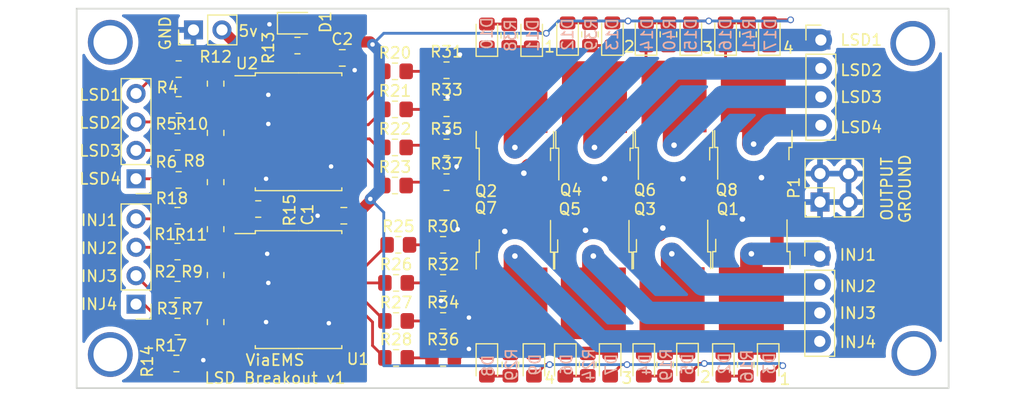
<source format=kicad_pcb>
(kicad_pcb (version 20211014) (generator pcbnew)
  (layers (0 "F.Cu" signal) (31 "B.Cu" signal) (34 "B.Paste" user) (35 "F.Paste" user) (36 "B.SilkS" user "B.Silkscreen") (37 "F.SilkS" user "F.Silkscreen") (38 "B.Mask" user) (39 "F.Mask" user) (44 "Edge.Cuts" user))
  (net 0 "")
  (net 1 "GND")
  (net 2 "INJ1-out")
  (net 3 "INJ3-out")
  (net 4 "LSD1-out")
  (net 5 "INJ2-out")
  (net 6 "INJ4-out")
  (net 7 "LSD2-out")
  (net 8 "INJ1-cpu")
  (net 9 "INJ2-cpu")
  (net 10 "INJ3-cpu")
  (net 11 "INJ4-cpu")
  (net 12 "LSD1-cpu")
  (net 13 "LSD2-cpu")
  (net 14 "Net-(D2-Pad2)")
  (net 15 "OUT_GND")
  (net 16 "Net-(D3-Pad1)")
  (net 17 "Net-(D4-Pad2)")
  (net 18 "5v")
  (net 19 "Net-(D5-Pad1)")
  (net 20 "Net-(D6-Pad2)")
  (net 21 "Net-(D7-Pad1)")
  (net 22 "Net-(D8-Pad2)")
  (net 23 "Net-(D9-Pad1)")
  (net 24 "Net-(D10-Pad2)")
  (net 25 "Net-(D11-Pad1)")
  (net 26 "Net-(D12-Pad2)")
  (net 27 "Net-(D13-Pad1)")
  (net 28 "Net-(D14-Pad2)")
  (net 29 "LSD4-cpu")
  (net 30 "LSD3-cpu")
  (net 31 "LSD4-out")
  (net 32 "LSD3-out")
  (net 33 "Net-(D15-Pad1)")
  (net 34 "Net-(D16-Pad2)")
  (net 35 "Net-(D17-Pad1)")
  (net 36 "Net-(R1-Pad1)")
  (net 37 "Net-(R2-Pad1)")
  (net 38 "Net-(R3-Pad1)")
  (net 39 "Net-(R4-Pad1)")
  (net 40 "Net-(R5-Pad1)")
  (net 41 "Net-(Q1-Pad1)")
  (net 42 "Net-(Q2-Pad1)")
  (net 43 "Net-(Q3-Pad1)")
  (net 44 "Net-(Q4-Pad1)")
  (net 45 "Net-(Q5-Pad1)")
  (net 46 "Net-(Q6-Pad1)")
  (net 47 "Net-(Q7-Pad1)")
  (net 48 "Net-(Q8-Pad1)")
  (net 49 "Net-(R6-Pad1)")
  (net 50 "Net-(R14-Pad2)")
  (net 51 "Net-(R20-Pad1)")
  (net 52 "Net-(R21-Pad1)")
  (net 53 "Net-(R22-Pad1)")
  (net 54 "Net-(R23-Pad1)")
  (net 55 "Net-(R25-Pad1)")
  (net 56 "Net-(R26-Pad1)")
  (net 57 "Net-(R27-Pad1)")
  (net 58 "Net-(R28-Pad1)")
  (net 59 "Net-(D1-Pad2)")
  (net 60 "Net-(R18-Pad1)")
  (footprint "Package_TO_SOT_SMD:TO-252-2" (layer "F.Cu") (at 90.5 155.675 -90)
    (fp_text reference "Q1")
    (fp_text value "MOSFET")
  )
  (footprint "Package_TO_SOT_SMD:TO-252-2" (layer "F.Cu") (at 69.4 141.5 90)
    (fp_text reference "Q2")
    (fp_text value "MOSFET")
  )
  (footprint "Package_TO_SOT_SMD:TO-252-2" (layer "F.Cu") (at 83.425 155.7 -90)
    (fp_text reference "Q3")
    (fp_text value "MOSFET")
  )
  (footprint "Package_TO_SOT_SMD:TO-252-2" (layer "F.Cu") (at 76.5 141.5 90)
    (fp_text reference "Q4")
    (fp_text value "MOSFET")
  )
  (footprint "Package_TO_SOT_SMD:TO-252-2" (layer "F.Cu") (at 76.4 155.725 -90)
    (fp_text reference "Q5")
    (fp_text value "MOSFET")
  )
  (footprint "Package_TO_SOT_SMD:TO-252-2" (layer "F.Cu") (at 83.6 141.45 90)
    (fp_text reference "Q6")
    (fp_text value "MOSFET")
  )
  (footprint "Package_TO_SOT_SMD:TO-252-2" (layer "F.Cu") (at 69.4 155.725 -90)
    (fp_text reference "Q7")
    (fp_text value "MOSFET")
  )
  (footprint "Package_TO_SOT_SMD:TO-252-2" (layer "F.Cu") (at 90.675 141.425 90)
    (fp_text reference "Q8")
    (fp_text value "MOSFET")
  )
  (footprint "Resistor_SMD:R_0805_2012Metric_Pad1.20x1.40mm_HandSolder" (layer "F.Cu") (at 63.3 143.9)
    (fp_text reference "R35")
    (fp_text value "10k")
  )
  (footprint "Resistor_SMD:R_0805_2012Metric_Pad1.20x1.40mm_HandSolder" (layer "F.Cu") (at 63 162.7)
    (fp_text reference "R36")
    (fp_text value "10k")
  )
  (footprint "Resistor_SMD:R_0805_2012Metric_Pad1.20x1.40mm_HandSolder" (layer "F.Cu") (at 63.3 147)
    (fp_text reference "R37")
    (fp_text value "10k")
  )
  (footprint "Resistor_SMD:R_0805_2012Metric_Pad1.20x1.40mm_HandSolder" (layer "F.Cu") (at 68.9 133.9 90)
    (fp_text reference "R38")
    (fp_text value "1k")
  )
  (footprint "Resistor_SMD:R_0805_2012Metric_Pad1.20x1.40mm_HandSolder" (layer "F.Cu") (at 76.1 133.8 90)
    (fp_text reference "R39")
    (fp_text value "1k")
  )
  (footprint "Resistor_SMD:R_0805_2012Metric_Pad1.20x1.40mm_HandSolder" (layer "F.Cu") (at 83.1 133.8 90)
    (fp_text reference "R40")
    (fp_text value "1k")
  )
  (footprint "Resistor_SMD:R_0805_2012Metric_Pad1.20x1.40mm_HandSolder" (layer "F.Cu") (at 90.2 133.8 90)
    (fp_text reference "R41")
    (fp_text value "1k")
  )
  (footprint "Resistor_SMD:R_0805_2012Metric_Pad1.20x1.40mm_HandSolder" (layer "F.Cu") (at 63 159.4)
    (fp_text reference "R34")
    (fp_text value "10k")
  )
  (footprint "LED_SMD:LED_0805_2012Metric_Pad1.15x1.40mm_HandSolder" (layer "F.Cu") (at 92.1 133.8 90)
    (fp_text reference "D17")
    (fp_text value "LED")
  )
  (footprint "Connector_PinHeader_2.54mm:PinHeader_1x04_P2.54mm_Vertical" (layer "F.Cu") (at 35.6 146.7 180)
    (fp_text reference "P3" hide)
    (fp_text value "LSD-CPU")
  )
  (footprint "Resistor_SMD:R_0805_2012Metric_Pad1.20x1.40mm_HandSolder" (layer "F.Cu") (at 39.3 156.6 180)
    (fp_text reference "R3")
    (fp_text value "1k")
  )
  (footprint "Resistor_SMD:R_0805_2012Metric_Pad1.20x1.40mm_HandSolder" (layer "F.Cu") (at 39.4 136.9 180)
    (fp_text reference "R4")
    (fp_text value "1k")
  )
  (footprint "MountingHole:MountingHole_2.5mm_Pad" (layer "F.Cu") (at 104.9 134.6)
    (fp_text reference "REF**" hide)
    (fp_text value "MountingHole_2.5mm_Pad")
  )
  (footprint "Resistor_SMD:R_0805_2012Metric_Pad1.20x1.40mm_HandSolder" (layer "F.Cu") (at 58.8 159.4)
    (fp_text reference "R27")
    (fp_text value "150")
  )
  (footprint "Resistor_SMD:R_0805_2012Metric_Pad1.20x1.40mm_HandSolder" (layer "F.Cu") (at 58.7 147.3)
    (fp_text reference "R23")
    (fp_text value "150")
  )
  (footprint "Diode_SMD:D_0805_2012Metric_Pad1.15x1.40mm_HandSolder" (layer "F.Cu") (at 73.9 163.3 -90)
    (fp_text reference "D6")
    (fp_text value "1N4148")
  )
  (footprint "Diode_SMD:D_0805_2012Metric_Pad1.15x1.40mm_HandSolder" (layer "F.Cu") (at 80.9 163.3 -90)
    (fp_text reference "D4")
    (fp_text value "1N4148")
  )
  (footprint "Resistor_SMD:R_0805_2012Metric_Pad1.20x1.40mm_HandSolder" (layer "F.Cu") (at 50 134.8)
    (fp_text reference "R13")
    (fp_text value "2.4k")
  )
  (footprint "LED_SMD:LED_0805_2012Metric_Pad1.15x1.40mm_HandSolder" (layer "F.Cu") (at 77.9 163.3 -90)
    (fp_text reference "D7")
    (fp_text value "LED")
  )
  (footprint "LED_SMD:LED_0805_2012Metric_Pad1.15x1.40mm_HandSolder" (layer "F.Cu") (at 85.1 133.8 90)
    (fp_text reference "D15")
    (fp_text value "LED")
  )
  (footprint "Resistor_SMD:R_0805_2012Metric_Pad1.20x1.40mm_HandSolder" (layer "F.Cu") (at 39.3 143.4 180)
    (fp_text reference "R6")
    (fp_text value "1k")
  )
  (footprint "Resistor_SMD:R_0805_2012Metric_Pad1.20x1.40mm_HandSolder" (layer "F.Cu") (at 42.7 155.3 90)
    (fp_text reference "R9")
    (fp_text value "100k")
  )
  (footprint "Resistor_SMD:R_0805_2012Metric_Pad1.20x1.40mm_HandSolder" (layer "F.Cu") (at 42.7 142.6 90)
    (fp_text reference "R10")
    (fp_text value "100k")
  )
  (footprint "LED_SMD:LED_0805_2012Metric_Pad1.15x1.40mm_HandSolder" (layer "F.Cu") (at 70.9 133.9 90)
    (fp_text reference "D11")
    (fp_text value "LED")
  )
  (footprint "LED_SMD:LED_0805_2012Metric_Pad1.15x1.40mm_HandSolder" (layer "F.Cu") (at 92 163.3 -90)
    (fp_text reference "D3")
    (fp_text value "LED")
  )
  (footprint "Resistor_SMD:R_0805_2012Metric_Pad1.20x1.40mm_HandSolder" (layer "F.Cu") (at 58.7 137.1)
    (fp_text reference "R20")
    (fp_text value "150")
  )
  (footprint "Package_SO:SOIC-16W_7.5x10.3mm_P1.27mm" (layer "F.Cu") (at 50.1 142.5)
    (fp_text reference "U2")
    (fp_text value "MIC4469")
  )
  (footprint "Resistor_SMD:R_0805_2012Metric_Pad1.20x1.40mm_HandSolder" (layer "F.Cu") (at 75.9 163.3 -90)
    (fp_text reference "R24")
    (fp_text value "1k")
  )
  (footprint "Resistor_SMD:R_0805_2012Metric_Pad1.20x1.40mm_HandSolder" (layer "F.Cu") (at 39.4 140.1 180)
    (fp_text reference "R5")
    (fp_text value "1k")
  )
  (footprint "Capacitor_SMD:C_0805_2012Metric_Pad1.18x1.45mm_HandSolder" (layer "F.Cu") (at 54.1375 150 180)
    (fp_text reference "C1")
    (fp_text value "1 uF")
  )
  (footprint "Connector_PinHeader_2.54mm:PinHeader_2x02_P2.54mm_Vertical" (layer "F.Cu") (at 96.625 148.775 90)
    (fp_text reference "P1")
    (fp_text value "GND")
  )
  (footprint "Resistor_SMD:R_0805_2012Metric_Pad1.20x1.40mm_HandSolder" (layer "F.Cu") (at 39.3 153.2 180)
    (fp_text reference "R2")
    (fp_text value "1k")
  )
  (footprint "Resistor_SMD:R_0805_2012Metric_Pad1.20x1.40mm_HandSolder" (layer "F.Cu") (at 90 163.3 -90)
    (fp_text reference "R16")
    (fp_text value "1k")
  )
  (footprint "Resistor_SMD:R_0805_2012Metric_Pad1.20x1.40mm_HandSolder" (layer "F.Cu") (at 58.7 140.5)
    (fp_text reference "R21")
    (fp_text value "150")
  )
  (footprint "Resistor_SMD:R_0805_2012Metric_Pad1.20x1.40mm_HandSolder" (layer "F.Cu") (at 58.8 156)
    (fp_text reference "R26")
    (fp_text value "150")
  )
  (footprint "MountingHole:MountingHole_2.5mm_Pad" (layer "F.Cu") (at 105 162.3)
    (fp_text reference "REF**" hide)
    (fp_text value "MountingHole_2.5mm_Pad")
  )
  (footprint "Diode_SMD:D_0805_2012Metric_Pad1.15x1.40mm_HandSolder" (layer "F.Cu") (at 81.1 133.8 90)
    (fp_text reference "D14")
    (fp_text value "1N4148")
  )
  (footprint "LED_SMD:LED_0805_2012Metric_Pad1.15x1.40mm_HandSolder" (layer "F.Cu") (at 71.1 163.3 -90)
    (fp_text reference "D9")
    (fp_text value "LED")
  )
  (footprint "Diode_SMD:D_0805_2012Metric_Pad1.15x1.40mm_HandSolder" (layer "F.Cu") (at 66.9 163.3 -90)
    (fp_text reference "D8")
    (fp_text value "1N4148")
  )
  (footprint "Resistor_SMD:R_0805_2012Metric_Pad1.20x1.40mm_HandSolder" (layer "F.Cu") (at 63 156)
    (fp_text reference "R32")
    (fp_text value "10k")
  )
  (footprint "Resistor_SMD:R_0805_2012Metric_Pad1.20x1.40mm_HandSolder" (layer "F.Cu") (at 59 152.6)
    (fp_text reference "R25")
    (fp_text value "150")
  )
  (footprint "Diode_SMD:D_0805_2012Metric_Pad1.15x1.40mm_HandSolder" (layer "F.Cu") (at 74.1 133.8 90)
    (fp_text reference "D12")
    (fp_text value "1N4148")
  )
  (footprint "Resistor_SMD:R_0805_2012Metric_Pad1.20x1.40mm_HandSolder" (layer "F.Cu") (at 63 152.6)
    (fp_text reference "R30")
    (fp_text value "10k")
  )
  (footprint "Resistor_SMD:R_0805_2012Metric_Pad1.20x1.40mm_HandSolder" (layer "F.Cu") (at 58.7 143.9)
    (fp_text reference "R22")
    (fp_text value "150")
  )
  (footprint "Resistor_SMD:R_0805_2012Metric_Pad1.20x1.40mm_HandSolder" (layer "F.Cu") (at 39.2 163.2 180)
    (fp_text reference "R14")
    (fp_text value "100k")
  )
  (footprint "LED_SMD:LED_0805_2012Metric" (layer "F.Cu") (at 49.9 132.8)
    (fp_text reference "D1")
    (fp_text value "LED")
  )
  (footprint "Resistor_SMD:R_0805_2012Metric_Pad1.20x1.40mm_HandSolder" (layer "F.Cu") (at 39.3 159.9 180)
    (fp_text reference "R17")
    (fp_text value "1k")
  )
  (footprint "Resistor_SMD:R_0805_2012Metric_Pad1.20x1.40mm_HandSolder" (layer "F.Cu") (at 69 163.3 -90)
    (fp_text reference "R29")
    (fp_text value "1k")
  )
  (footprint "Resistor_SMD:R_0805_2012Metric_Pad1.20x1.40mm_HandSolder" (layer "F.Cu") (at 46.5 149.4)
    (fp_text reference "R15")
    (fp_text value "100k")
  )
  (footprint "Connector_PinHeader_2.54mm:PinHeader_1x04_P2.54mm_Vertical" (layer "F.Cu") (at 96.6 153.6)
    (fp_text reference "P5" hide)
    (fp_text value "INJECTORS")
  )
  (footprint "Diode_SMD:D_0805_2012Metric_Pad1.15x1.40mm_HandSolder" (layer "F.Cu") (at 88 163.3 -90)
    (fp_text reference "D2")
    (fp_text value "1N4148")
  )
  (footprint "Resistor_SMD:R_0805_2012Metric_Pad1.20x1.40mm_HandSolder" (layer "F.Cu") (at 63.3 137)
    (fp_text reference "R31")
    (fp_text value "10k")
  )
  (footprint "Resistor_SMD:R_0805_2012Metric_Pad1.20x1.40mm_HandSolder" (layer "F.Cu") (at 39.3 150 180)
    (fp_text reference "R1")
    (fp_text value "1k")
  )
  (footprint "Resistor_SMD:R_0805_2012Metric_Pad1.20x1.40mm_HandSolder" (layer "F.Cu") (at 42.7 138.2 90)
    (fp_text reference "R12")
    (fp_text value "100k")
  )
  (footprint "Resistor_SMD:R_0805_2012Metric_Pad1.20x1.40mm_HandSolder" (layer "F.Cu") (at 39.4 146.8 180)
    (fp_text reference "R18")
    (fp_text value "1k")
  )
  (footprint "Resistor_SMD:R_0805_2012Metric_Pad1.20x1.40mm_HandSolder" (layer "F.Cu") (at 42.7 159.5 90)
    (fp_text reference "R7")
    (fp_text value "100k")
  )
  (footprint "Diode_SMD:D_0805_2012Metric_Pad1.15x1.40mm_HandSolder" (layer "F.Cu") (at 88.2 133.8 90)
    (fp_text reference "D16")
    (fp_text value "1N4148")
  )
  (footprint "Connector_PinHeader_2.54mm:PinHeader_1x02_P2.54mm_Vertical" (layer "F.Cu") (at 40.725 133.4 90)
    (fp_text reference "P4" hide)
    (fp_text value "POWER")
  )
  (footprint "Resistor_SMD:R_0805_2012Metric_Pad1.20x1.40mm_HandSolder" (layer "F.Cu") (at 63.3 140.4)
    (fp_text reference "R33")
    (fp_text value "10k")
  )
  (footprint "Capacitor_SMD:C_0805_2012Metric_Pad1.18x1.45mm_HandSolder" (layer "F.Cu") (at 54 135.9)
    (fp_text reference "C2")
    (fp_text value "1 uF")
  )
  (footprint "Connector_PinHeader_2.54mm:PinHeader_1x04_P2.54mm_Vertical" (layer "F.Cu") (at 96.7 134.3)
    (fp_text reference "P6" hide)
    (fp_text value "LSDS")
  )
  (footprint "Resistor_SMD:R_0805_2012Metric_Pad1.20x1.40mm_HandSolder" (layer "F.Cu") (at 58.8 162.7)
    (fp_text reference "R28")
    (fp_text value "150")
  )
  (footprint "MountingHole:MountingHole_2.5mm_Pad" (layer "F.Cu") (at 33.3 134.5)
    (fp_text reference "REF**" hide)
    (fp_text value "MountingHole_2.5mm_Pad")
  )
  (footprint "Connector_PinHeader_2.54mm:PinHeader_1x04_P2.54mm_Vertical" (layer "F.Cu") (at 35.6 157.9 180)
    (fp_text reference "P2" hide)
    (fp_text value "INJ-CPU")
  )
  (footprint "LED_SMD:LED_0805_2012Metric_Pad1.15x1.40mm_HandSolder" (layer "F.Cu") (at 78.1 133.8 90)
    (fp_text reference "D13")
    (fp_text value "LED")
  )
  (footprint "Resistor_SMD:R_0805_2012Metric_Pad1.20x1.40mm_HandSolder" (layer "F.Cu") (at 82.8 163.3 -90)
    (fp_text reference "R19")
    (fp_text value "1k")
  )
  (footprint "Resistor_SMD:R_0805_2012Metric_Pad1.20x1.40mm_HandSolder" (layer "F.Cu") (at 42.7 151.2 90)
    (fp_text reference "R11")
    (fp_text value "100k")
  )
  (footprint "Package_SO:SOIC-16W_7.5x10.3mm_P1.27mm" (layer "F.Cu") (at 50.1 156.6)
    (fp_text reference "U1")
    (fp_text value "MIC4469")
  )
  (footprint "MountingHole:MountingHole_2.5mm_Pad" (layer "F.Cu") (at 33.3 162.4)
    (fp_text reference "REF**" hide)
    (fp_text value "MountingHole_2.5mm_Pad")
  )
  (footprint "Diode_SMD:D_0805_2012Metric_Pad1.15x1.40mm_HandSolder" (layer "F.Cu") (at 66.9 133.9 90)
    (fp_text reference "D10")
    (fp_text value "1N4148")
  )
  (footprint "Resistor_SMD:R_0805_2012Metric_Pad1.20x1.40mm_HandSolder" (layer "F.Cu") (at 42.7 147 90)
    (fp_text reference "R8")
    (fp_text value "100k")
  )
  (footprint "LED_SMD:LED_0805_2012Metric_Pad1.15x1.40mm_HandSolder" (layer "F.Cu") (at 84.8 163.275 -90)
    (fp_text reference "D5")
    (fp_text value "LED")
  )
  (gr_rect (start 30.3 131.5) (end 108.1 165.4) (layer "Edge.Cuts") (width 0.15) (fill none))
  (gr_text "LSD1" (at 100.3 134.3) (layer "F.SilkS") (effects (font (size 1 1))))
  (gr_text "3" (at 79.4 164.5) (layer "F.SilkS") (effects (font (size 1 1))))
  (gr_text "INJ4" (at 100 161.3) (layer "F.SilkS") (effects (font (size 1 1))))
  (gr_text "INJ2" (at 32.3 152.9) (layer "F.SilkS") (effects (font (size 1 1))))
  (gr_text "INJ3" (at 32.3 155.4) (layer "F.SilkS") (effects (font (size 1 1))))
  (gr_text "4" (at 72.5 164.5) (layer "F.SilkS") (effects (font (size 1 1))))
  (gr_text "3" (at 86.6 135) (layer "F.SilkS") (effects (font (size 1 1))))
  (gr_text "INJ3" (at 100 158.7) (layer "F.SilkS") (effects (font (size 1 1))))
  (gr_text "INJ2" (at 100 156.3) (layer "F.SilkS") (effects (font (size 1 1))))
  (gr_text "LSD4" (at 100.3 142.1) (layer "F.SilkS") (effects (font (size 1 1))))
  (gr_text "2" (at 79.6 134.9) (layer "F.SilkS") (effects (font (size 1 1))))
  (gr_text "INJ1" (at 100 153.5) (layer "F.SilkS") (effects (font (size 1 1))))
  (gr_text "LSD3" (at 32.4 144.2) (layer "F.SilkS") (effects (font (size 1 1))))
  (gr_text "GND" (at 38.2 133.7 90) (layer "F.SilkS") (effects (font (size 1 1))))
  (gr_text "LSD4" (at 32.4 146.7) (layer "F.SilkS") (effects (font (size 1 1))))
  (gr_text "1" (at 93.5 164.6) (layer "F.SilkS") (effects (font (size 1 1))))
  (gr_text "INJ1" (at 32.3 150.4) (layer "F.SilkS") (effects (font (size 1 1))))
  (gr_text "LSD1" (at 32.4 139.2) (layer "F.SilkS") (effects (font (size 1 1))))
  (gr_text "LSD2" (at 32.4 141.7) (layer "F.SilkS") (effects (font (size 1 1))))
  (gr_text "1" (at 72.5 134.9) (layer "F.SilkS") (effects (font (size 1 1))))
  (gr_text "LSD2" (at 100.3 137) (layer "F.SilkS") (effects (font (size 1 1))))
  (gr_text "INJ4" (at 32.3 157.9) (layer "F.SilkS") (effects (font (size 1 1))))
  (gr_text "4" (at 93.8 135) (layer "F.SilkS") (effects (font (size 1 1))))
  (gr_text "5v" (at 45.6 133.5) (layer "F.SilkS") (effects (font (size 1 1))))
  (gr_text "OUTPUT\nGROUND" (at 103.4 147.6 90) (layer "F.SilkS") (effects (font (size 1 1))))
  (gr_text "2" (at 86.4 164.4) (layer "F.SilkS") (effects (font (size 1 1))))
  (gr_text "LSD3" (at 100.3 139.4) (layer "F.SilkS") (effects (font (size 1 1))))
  (gr_text "ViaEMS\nLSD Breakout v1" (at 48 163.7) (layer "F.SilkS") (effects (font (size 1 1))))
  (segment (start 42.7 139.2) (end 45.325 139.2) (width 0.25) (layer "F.Cu") (net 1))
  (segment (start 43.755 146.945) (end 42.7 148) (width 0.25) (layer "F.Cu") (net 1))
  (segment (start 47.275 153.425) (end 47.3 153.4) (width 0.25) (layer "F.Cu") (net 1))
  (segment (start 40.2 163.2) (end 41.3 163.2) (width 0.25) (layer "F.Cu") (net 1))
  (segment (start 47.365 155.965) (end 47.4 156) (width 0.25) (layer "F.Cu") (net 1))
  (segment (start 45.45 155.965) (end 47.365 155.965) (width 0.25) (layer "F.Cu") (net 1))
  (segment (start 45.45 141.865) (end 47.335 141.865) (width 0.25) (layer "F.Cu") (net 1))
  (segment (start 46.955 146.945) (end 47.2 146.7) (width 0.25) (layer "F.Cu") (net 1))
  (segment (start 47.175 145.675) (end 47.2 145.7) (width 0.25) (layer "F.Cu") (net 1))
  (segment (start 45.45 139.325) (end 47.275 139.325) (width 0.25) (layer "F.Cu") (net 1))
  (segment (start 44.435 141.865) (end 45.45 141.865) (width 0.25) (layer "F.Cu") (net 1))
  (segment (start 42.7 152.2) (end 43.925 153.425) (width 0.25) (layer "F.Cu") (net 1))
  (segment (start 45.45 153.425) (end 47.275 153.425) (width 0.25) (layer "F.Cu") (net 1))
  (segment (start 55.0375 135.9) (end 55.0375 136.928992) (width 0.25) (layer "F.Cu") (net 1))
  (segment (start 43.925 153.425) (end 45.45 153.425) (width 0.25) (layer "F.Cu") (net 1))
  (segment (start 53.075 145.675) (end 53 145.6) (width 0.25) (layer "F.Cu") (net 1))
  (segment (start 42.7 143.6) (end 44.435 141.865) (width 0.25) (layer "F.Cu") (net 1))
  (segment (start 42.7 160.5) (end 43.425 159.775) (width 0.25) (layer "F.Cu") (net 1))
  (segment (start 47.2 145.7) (end 47.2 146.7) (width 0.25) (layer "F.Cu") (net 1))
  (segment (start 45.45 145.675) (end 47.175 145.675) (width 0.25) (layer "F.Cu") (net 1))
  (segment (start 45.45 159.775) (end 46.925 159.775) (width 0.25) (layer "F.Cu") (net 1))
  (segment (start 54.75 159.775) (end 52.975 159.775) (width 0.25) (layer "F.Cu") (net 1))
  (segment (start 43.035 155.965) (end 45.45 155.965) (width 0.25) (layer "F.Cu") (net 1))
  (segment (start 47.2 145.1) (end 47.2 145.7) (width 0.25) (layer "F.Cu") (net 1))
  (segment (start 52.975 159.775) (end 52.8 159.6) (width 0.25) (layer "F.Cu") (net 1))
  (segment (start 55.0375 136.928992) (end 55.104254 136.995746) (width 0.25) (layer "F.Cu") (net 1))
  (segment (start 43.425 159.775) (end 45.45 159.775) (width 0.25) (layer "F.Cu") (net 1))
  (segment (start 54.75 145.675) (end 53.075 145.675) (width 0.25) (layer "F.Cu") (net 1))
  (segment (start 45.5 149.4) (end 45.5 146.995) (width 0.25) (layer "F.Cu") (net 1))
  (segment (start 46.505 144.405) (end 47.2 145.1) (width 0.25) (layer "F.Cu") (net 1))
  (segment (start 45.45 161.045) (end 45.45 159.775) (width 0.25) (layer "F.Cu") (net 1))
  (segment (start 45.45 144.405) (end 46.505 144.405) (width 0.25) (layer "F.Cu") (net 1))
  (segment (start 53.1 150) (end 51.8 150) (width 0.25) (layer "F.Cu") (net 1))
  (segment (start 46.925 159.775) (end 47.2 159.5) (width 0.25) (layer "F.Cu") (net 1))
  (segment (start 45.45 159.775) (end 45.45 158.505) (width 0.25) (layer "F.Cu") (net 1))
  (segment (start 45.45 146.945) (end 43.755 146.945) (width 0.25) (layer "F.Cu") (net 1))
  (segment (start 45.45 146.945) (end 46.955 146.945) (width 0.25) (layer "F.Cu") (net 1))
  (segment (start 48.9625 132.8) (end 47.6 132.8) (width 0.25) (layer "F.Cu") (net 1))
  (segment (start 47.275 139.325) (end 47.4 139.2) (width 0.25) (layer "F.Cu") (net 1))
  (segment (start 47.335 141.865) (end 47.4 141.8) (width 0.25) (layer "F.Cu") (net 1))
  (segment (start 47.6 132.8) (end 47.5 132.9) (width 0.25) (layer "F.Cu") (net 1))
  (via (at 47.5 132.9) (size 0.6) (drill 0.4) (layers "F.Cu" "B.Cu") (net 1))
  (via (at 51.8 150) (size 0.6) (drill 0.4) (layers "F.Cu" "B.Cu") (net 1))
  (via (at 47.4 141.8) (size 0.6) (drill 0.4) (layers "F.Cu" "B.Cu") (net 1))
  (via (at 47.4 156) (size 0.6) (drill 0.4) (layers "F.Cu" "B.Cu") (net 1))
  (via (at 53 145.6) (size 0.6) (drill 0.4) (layers "F.Cu" "B.Cu") (net 1))
  (via (at 47.4 139.2) (size 0.6) (drill 0.4) (layers "F.Cu" "B.Cu") (net 1))
  (via (at 41.6 162.9) (size 0.6) (drill 0.4) (layers "F.Cu" "B.Cu") (net 1))
  (via (at 55.104254 136.995746) (size 0.6) (drill 0.4) (layers "F.Cu" "B.Cu") (net 1))
  (via (at 47.2 146.7) (size 0.6) (drill 0.4) (layers "F.Cu" "B.Cu") (net 1))
  (via (at 47.3 153.4) (size 0.6) (drill 0.4) (layers "F.Cu" "B.Cu") (net 1))
  (via (at 52.8 159.6) (size 0.6) (drill 0.4) (layers "F.Cu" "B.Cu") (net 1))
  (via (at 47.2 159.5) (size 0.6) (drill 0.4) (layers "F.Cu" "B.Cu") (net 1))
  (segment (start 90.5 157.775) (end 90.5 153.4) (width 2) (layer "F.Cu") (net 2))
  (segment (start 88 162.275) (end 88 160.275) (width 0.25) (layer "F.Cu") (net 2))
  (via (at 90.5 153.4) (size 1) (drill 0.5) (layers "F.Cu" "B.Cu") (net 2))
  (segment (start 90.5 153.4) (end 96.4 153.4) (width 2) (layer "B.Cu") (net 2))
  (segment (start 96.4 153.4) (end 96.6 153.6) (width 2) (layer "B.Cu") (net 2))
  (segment (start 76.4 157.825) (end 76.4 153.6) (width 2) (layer "F.Cu") (net 3))
  (segment (start 73.9 162.275) (end 73.9 160.325) (width 0.25) (layer "F.Cu") (net 3))
  (via (at 76.4 153.6) (size 1) (drill 0.5) (layers "F.Cu" "B.Cu") (net 3))
  (segment (start 76.4 153.6) (end 76.4 153.8) (width 2) (layer "B.Cu") (net 3))
  (segment (start 81.28 158.68) (end 96.6 158.68) (width 2) (layer "B.Cu") (net 3))
  (segment (start 76.4 153.8) (end 81.28 158.68) (width 2) (layer "B.Cu") (net 3))
  (segment (start 69.4 139.4) (end 69.4 143.9) (width 2) (layer "F.Cu") (net 4))
  (segment (start 66.9 134.925) (end 66.9 136.9) (width 0.25) (layer "F.Cu") (net 4))
  (via (at 69.4 143.9) (size 1) (drill 0.5) (layers "F.Cu" "B.Cu") (net 4))
  (segment (start 69.4 143.9) (end 79 134.3) (width 2) (layer "B.Cu") (net 4))
  (segment (start 79 134.3) (end 96.7 134.3) (width 2) (layer "B.Cu") (net 4))
  (segment (start 83.425 157.8) (end 83.425 153.425) (width 2) (layer "F.Cu") (net 5))
  (segment (start 80.9 162.275) (end 80.9 160.325) (width 0.25) (layer "F.Cu") (net 5))
  (segment (start 83.425 153.425) (end 83.4 153.4) (width 2) (layer "F.Cu") (net 5))
  (via (at 83.4 153.4) (size 1) (drill 0.5) (layers "F.Cu" "B.Cu") (net 5))
  (segment (start 86.14 156.14) (end 96.6 156.14) (width 2) (layer "B.Cu") (net 5))
  (segment (start 83.4 153.4) (end 86.14 156.14) (width 2) (layer "B.Cu") (net 5))
  (segment (start 66.9 162.275) (end 66.9 160.325) (width 0.25) (layer "F.Cu") (net 6))
  (segment (start 69.4 157.825) (end 69.4 153.6) (width 2) (layer "F.Cu") (net 6))
  (via (at 69.4 153.6) (size 1) (drill 0.5) (layers "F.Cu" "B.Cu") (net 6))
  (segment (start 96.6 161.22) (end 77.02 161.22) (width 2) (layer "B.Cu") (net 6))
  (segment (start 77.02 161.22) (end 69.4 153.6) (width 2) (layer "B.Cu") (net 6))
  (segment (start 76.5 139.4) (end 76.5 143.9) (width 2) (layer "F.Cu") (net 7))
  (segment (start 74.1 134.825) (end 74.1 137) (width 0.25) (layer "F.Cu") (net 7))
  (via (at 76.5 143.9) (size 1) (drill 0.5) (layers "F.Cu" "B.Cu") (net 7))
  (segment (start 83.56 136.84) (end 76.5 143.9) (width 2) (layer "B.Cu") (net 7))
  (segment (start 96.7 136.84) (end 83.56 136.84) (width 2) (layer "B.Cu") (net 7))
  (segment (start 38.3 150) (end 38.02 150.28) (width 0.25) (layer "F.Cu") (net 8))
  (segment (start 38.02 150.28) (end 35.6 150.28) (width 0.25) (layer "F.Cu") (net 8))
  (segment (start 35.6 152.82) (end 37.92 152.82) (width 0.25) (layer "F.Cu") (net 9))
  (segment (start 37.92 152.82) (end 38.3 153.2) (width 0.25) (layer "F.Cu") (net 9))
  (segment (start 38.3 156.6) (end 36.84 156.6) (width 0.25) (layer "F.Cu") (net 10))
  (segment (start 36.84 156.6) (end 35.6 155.36) (width 0.25) (layer "F.Cu") (net 10))
  (segment (start 35.6 157.9) (end 36.3 157.9) (width 0.25) (layer "F.Cu") (net 11))
  (segment (start 36.3 157.9) (end 38.3 159.9) (width 0.25) (layer "F.Cu") (net 11))
  (segment (start 38.4 136.9) (end 37.78 136.9) (width 0.25) (layer "F.Cu") (net 12))
  (segment (start 37.78 136.9) (end 35.6 139.08) (width 0.25) (layer "F.Cu") (net 12))
  (segment (start 36.88 141.62) (end 38.4 140.1) (width 0.25) (layer "F.Cu") (net 13))
  (segment (start 35.6 141.62) (end 36.88 141.62) (width 0.25) (layer "F.Cu") (net 13))
  (segment (start 89.975 164.325) (end 90 164.3) (width 0.25) (layer "F.Cu") (net 14))
  (segment (start 88 164.325) (end 89.975 164.325) (width 0.25) (layer "F.Cu") (net 14))
  (segment (start 64.5 162.7) (end 65.3 161.9) (width 0.25) (layer "F.Cu") (net 15))
  (segment (start 88.22 151.475) (end 88.525 151.475) (width 1.6) (layer "F.Cu") (net 15))
  (segment (start 70.7 145.7) (end 70.2 146.2) (width 1.6) (layer "F.Cu") (net 15))
  (segment (start 78.4 145.7) (end 77.4 146.7) (width 1.6) (layer "F.Cu") (net 15))
  (segment (start 64 162.7) (end 64.5 162.7) (width 0.25) (layer "F.Cu") (net 15))
  (segment (start 92.375 145.625) (end 91.4 146.6) (width 1.6) (layer "F.Cu") (net 15))
  (segment (start 64.3 147) (end 64.3 145.7) (width 0.25) (layer "F.Cu") (net 15))
  (segment (start 82.2 151.5) (end 82.6 151.1) (width 1.6) (layer "F.Cu") (net 15))
  (segment (start 65 159.4) (end 65.3 159.1) (width 0.25) (layer "F.Cu") (net 15))
  (segment (start 71.68 145.7) (end 70.7 145.7) (width 1.6) (layer "F.Cu") (net 15))
  (segment (start 64 151.5) (end 64.3 151.2) (width 0.25) (layer "F.Cu") (net 15))
  (segment (start 92.955 145.625) (end 92.375 145.625) (width 1.6) (layer "F.Cu") (net 15))
  (segment (start 88.525 151.475) (end 89.7 150.3) (width 1.6) (layer "F.Cu") (net 15))
  (segment (start 74.12 151.525) (end 75.475 151.525) (width 1.6) (layer "F.Cu") (net 15))
  (segment (start 64 159.4) (end 65 159.4) (width 0.25) (layer "F.Cu") (net 15))
  (segment (start 85.88 145.65) (end 85.45 145.65) (width 1.6) (layer "F.Cu") (net 15))
  (segment (start 64.3 135.8) (end 64.5 135.6) (width 0.25) (layer "F.Cu") (net 15))
  (segment (start 64.3 140.3) (end 63.4 139.4) (width 0.25) (layer "F.Cu") (net 15))
  (segment (start 85.45 145.65) (end 84.4 146.7) (width 1.6) (layer "F.Cu") (net 15))
  (segment (start 64 152.6) (end 64 151.5) (width 0.25) (layer "F.Cu") (net 15))
  (segment (start 64.3 143.4) (end 63.4 142.5) (width 0.25) (layer "F.Cu") (net 15))
  (segment (start 78.78 145.7) (end 78.4 145.7) (width 1.6) (layer "F.Cu") (net 15))
  (segment (start 75.475 151.525) (end 75.7 151.3) (width 1.6) (layer "F.Cu") (net 15))
  (segment (start 63.9 156.5) (end 62.8 157.6) (width 0.25) (layer "F.Cu") (net 15))
  (segment (start 81.145 151.5) (end 82.2 151.5) (width 1.6) (layer "F.Cu") (net 15))
  (segment (start 67.3 151.4) (end 68.555 151.4) (width 1.6) (layer "F.Cu") (net 15))
  (segment (start 64.3 137) (end 64.3 135.8) (width 0.25) (layer "F.Cu") (net 15))
  (segment (start 64.3 145.7) (end 64.2 145.6) (width 0.25) (layer "F.Cu") (net 15))
  (via (at 75.7 151.3) (size 1) (drill 0.5) (layers "F.Cu" "B.Cu") (net 15))
  (via (at 64.5 135.6) (size 0.6) (drill 0.4) (layers "F.Cu" "B.Cu") (net 15))
  (via (at 65.3 159.1) (size 0.6) (drill 0.4) (layers "F.Cu" "B.Cu") (net 15))
  (via (at 62.8 157.6) (size 0.6) (drill 0.4) (layers "F.Cu" "B.Cu") (net 15))
  (via (at 84.4 146.7) (size 1) (drill 0.5) (layers "F.Cu" "B.Cu") (net 15))
  (via (at 89.7 150.3) (size 1) (drill 0.5) (layers "F.Cu" "B.Cu") (net 15))
  (via (at 65.3 161.9) (size 0.6) (drill 0.4) (layers "F.Cu" "B.Cu") (net 15))
  (via (at 70.2 146.2) (size 1) (drill 0.5) (layers "F.Cu" "B.Cu") (net 15))
  (via (at 64.3 151.2) (size 0.6) (drill 0.4) (layers "F.Cu" "B.Cu") (net 15))
  (via (at 77.4 146.7) (size 1) (drill 0.5) (layers "F.Cu" "B.Cu") (net 15))
  (via (at 63.4 139.4) (size 0.6) (drill 0.4) (layers "F.Cu" "B.Cu") (net 15))
  (via (at 82.6 151.1) (size 1) (drill 0.5) (layers "F.Cu" "B.Cu") (net 15))
  (via (at 91.4 146.6) (size 1) (drill 0.5) (layers "F.Cu" "B.Cu") (net 15))
  (via (at 64.2 145.6) (size 0.6) (drill 0.4) (layers "F.Cu" "B.Cu") (net 15))
  (via (at 63.4 142.5) (size 0.6) (drill 0.4) (layers "F.Cu" "B.Cu") (net 15))
  (via (at 68.5 151.4) (size 1) (drill 0.5) (layers "F.Cu" "B.Cu") (net 15))
  (segment (start 91.975 162.3) (end 92 162.275) (width 0.25) (layer "F.Cu") (net 16))
  (segment (start 90 162.3) (end 91.975 162.3) (width 0.25) (layer "F.Cu") (net 16))
  (segment (start 82.775 164.325) (end 82.8 164.3) (width 0.25) (layer "F.Cu") (net 17))
  (segment (start 80.9 164.325) (end 82.775 164.325) (width 0.25) (layer "F.Cu") (net 17))
  (segment (start 54.75 152.155) (end 54.75 153.425) (width 1) (layer "F.Cu") (net 18))
  (segment (start 54.75 138.055) (end 54.75 139.325) (width 1) (layer "F.Cu") (net 18))
  (segment (start 72.2 133.7) (end 71.725 133.7) (width 0.25) (layer "F.Cu") (net 18))
  (segment (start 52.3625 136.5) (end 52.9625 135.9) (width 1) (layer "F.Cu") (net 18))
  (segment (start 56.5 148.5) (end 56.5 148.675) (width 1) (layer "F.Cu") (net 18))
  (segment (start 52.9625 135.818997) (end 54.306497 134.475) (width 1) (layer "F.Cu") (net 18))
  (segment (start 56.475 134.475) (end 56.7 134.7) (width 1) (layer "F.Cu") (net 18))
  (segment (start 55.175 150) (end 55.175 151.73) (width 1) (layer "F.Cu") (net 18))
  (segment (start 52.9625 136.6625) (end 54.355 138.055) (width 1) (layer "F.Cu") (net 18))
  (segment (start 49 134.943503) (end 50.556497 136.5) (width 1) (layer "F.Cu") (net 18))
  (segment (start 44.665 134.8) (end 49 134.8) (width 1) (layer "F.Cu") (net 18))
  (segment (start 55.175 151.73) (end 54.75 152.155) (width 1) (layer "F.Cu") (net 18))
  (segment (start 43.265 133.4) (end 44.665 134.8) (width 1) (layer "F.Cu") (net 18))
  (segment (start 54.355 138.055) (end 54.75 138.055) (width 1) (layer "F.Cu") (net 18))
  (segment (start 92.925 163.4) (end 92 164.325) (width 0.25) (layer "F.Cu") (net 18))
  (segment (start 50.556497 136.5) (end 52.3625 136.5) (width 1) (layer "F.Cu") (net 18))
  (segment (start 93.3 163.4) (end 92.925 163.4) (width 0.25) (layer "F.Cu") (net 18))
  (segment (start 49 134.8) (end 49 134.943503) (width 1) (layer "F.Cu") (net 18))
  (segment (start 79.5 132.6) (end 78.275 132.6) (width 0.25) (layer "F.Cu") (net 18))
  (segment (start 86.7 132.6) (end 85.275 132.6) (width 0.25) (layer "F.Cu") (net 18))
  (segment (start 52.9625 135.9) (end 52.9625 135.818997) (width 1) (layer "F.Cu") (net 18))
  (segment (start 54.306497 134.475) (end 56.475 134.475) (width 1) (layer "F.Cu") (net 18))
  (segment (start 86.3 163.2) (end 85.9 163.2) (width 0.25) (layer "F.Cu") (net 18))
  (segment (start 56.5 148.675) (end 55.175 150) (width 1) (layer "F.Cu") (net 18))
  (segment (start 85.9 163.2) (end 84.8 164.3) (width 0.25) (layer "F.Cu") (net 18))
  (segment (start 72.125 163.3) (end 71.1 164.325) (width 0.25) (layer "F.Cu") (net 18))
  (segment (start 94 132.5) (end 92.375 132.5) (width 0.25) (layer "F.Cu") (net 18))
  (segment (start 79.4 163.3) (end 78.925 163.3) (width 0.25) (layer "F.Cu") (net 18))
  (segment (start 78.925 163.3) (end 77.9 164.325) (width 0.25) (layer "F.Cu") (net 18))
  (segment (start 52.9625 135.9) (end 52.9625 136.6625) (width 1) (layer "F.Cu") (net 18))
  (segment (start 72.5 163.3) (end 72.125 163.3) (width 0.25) (layer "F.Cu") (net 18))
  (segment (start 71.725 133.7) (end 70.9 132.875) (width 0.25) (layer "F.Cu") (net 18))
  (via (at 56.7 134.7) (size 0.6) (drill 0.4) (layers "F.Cu" "B.Cu") (net 18))
  (via (at 79.4 163.3) (size 0.6) (drill 0.4) (layers "F.Cu" "B.Cu") (net 18))
  (via (at 86.7 132.6) (size 0.6) (drill 0.4) (layers "F.Cu" "B.Cu") (net 18))
  (via (at 79.5 132.6) (size 0.6) (drill 0.4) (layers "F.Cu" "B.Cu") (net 18))
  (via (at 93.3 163.4) (size 0.6) (drill 0.4) (layers "F.Cu" "B.Cu") (net 18))
  (via (at 72.5 163.3) (size 0.6) (drill 0.4) (layers "F.Cu" "B.Cu") (net 18))
  (via (at 94 132.5) (size 0.6) (drill 0.4) (layers "F.Cu" "B.Cu") (net 18))
  (via (at 56.5 148.5) (size 0.6) (drill 0.4) (layers "F.Cu" "B.Cu") (net 18))
  (via (at 72.2 133.7) (size 0.6) (drill 0.4) (layers "F.Cu" "B.Cu") (net 18))
  (via (at 86.3 163.2) (size 0.6) (drill 0.4) (layers "F.Cu" "B.Cu") (net 18))
  (segment (start 57.7 149.7) (end 57.7 163.4) (width 0.25) (layer "B.Cu") (net 18))
  (segment (start 93.9 132.6) (end 94 132.5) (width 0.25) (layer "B.Cu") (net 18))
  (segment (start 79.5 132.6) (end 86.7 132.6) (width 0.25) (layer "B.Cu") (net 18))
  (segment (start 79.4 163.3) (end 86.2 163.3) (width 0.25) (layer "B.Cu") (net 18))
  (segment (start 93.1 163.2) (end 93.3 163.4) (width 0.25) (layer "B.Cu") (net 18))
  (segment (start 72.5 163.3) (end 79.4 163.3) (width 0.25) (layer "B.Cu") (net 18))
  (segment (start 57.3 147.7) (end 56.5 148.5) (width 1) (layer "B.Cu") (net 18))
  (segment (start 56.7 134.7) (end 57.3 135.3) (width 1) (layer "B.Cu") (net 18))
  (segment (start 72.4 163.4) (end 72.5 163.3) (width 0.25) (layer "B.Cu") (net 18))
  (segment (start 73.3 132.6) (end 79.5 132.6) (width 0.25) (layer "B.Cu") (net 18))
  (segment (start 56.5 148.5) (end 57.7 149.7) (width 0.25) (layer "B.Cu") (net 18))
  (segment (start 57.7 133.7) (end 72.2 133.7) (width 0.25) (layer "B.Cu") (net 18))
  (segment (start 57.3 135.3) (end 57.3 147.7) (width 1) (layer "B.Cu") (net 18))
  (segment (start 72.2 133.7) (end 73.3 132.6) (width 0.25) (layer "B.Cu") (net 18))
  (segment (start 56.7 134.7) (end 57.7 133.7) (width 0.25) (layer "B.Cu") (net 18))
  (segment (start 86.2 163.3) (end 86.3 163.2) (width 0.25) (layer "B.Cu") (net 18))
  (segment (start 57.7 163.4) (end 72.4 163.4) (width 0.25) (layer "B.Cu") (net 18))
  (segment (start 86.7 132.6) (end 93.9 132.6) (width 0.25) (layer "B.Cu") (net 18))
  (segment (start 86.3 163.2) (end 93.1 163.2) (width 0.25) (layer "B.Cu") (net 18))
  (segment (start 82.8 162.3) (end 84.75 162.3) (width 0.25) (layer "F.Cu") (net 19))
  (segment (start 84.75 162.3) (end 84.8 162.25) (width 0.25) (layer "F.Cu") (net 19))
  (segment (start 73.9 164.325) (end 75.875 164.325) (width 0.25) (layer "F.Cu") (net 20))
  (segment (start 75.875 164.325) (end 75.9 164.3) (width 0.25) (layer "F.Cu") (net 20))
  (segment (start 77.875 162.3) (end 77.9 162.275) (width 0.25) (layer "F.Cu") (net 21))
  (segment (start 75.9 162.3) (end 77.875 162.3) (width 0.25) (layer "F.Cu") (net 21))
  (segment (start 66.9 164.325) (end 68.975 164.325) (width 0.25) (layer "F.Cu") (net 22))
  (segment (start 68.975 164.325) (end 69 164.3) (width 0.25) (layer "F.Cu") (net 22))
  (segment (start 69 162.3) (end 71.075 162.3) (width 0.25) (layer "F.Cu") (net 23))
  (segment (start 71.075 162.3) (end 71.1 162.275) (width 0.25) (layer "F.Cu") (net 23))
  (segment (start 66.9 132.875) (end 68.875 132.875) (width 0.25) (layer "F.Cu") (net 24))
  (segment (start 68.9 134.9) (end 70.875 134.9) (width 0.25) (layer "F.Cu") (net 25))
  (segment (start 74.1 132.775) (end 76.075 132.775) (width 0.25) (layer "F.Cu") (net 26))
  (segment (start 76.1 134.8) (end 78.075 134.8) (width 0.25) (layer "F.Cu") (net 27))
  (segment (start 81.1 132.775) (end 83.075 132.775) (width 0.25) (layer "F.Cu") (net 28))
  (segment (start 38.3 146.7) (end 38.4 146.8) (width 0.25) (layer "F.Cu") (net 29))
  (segment (start 35.6 146.7) (end 38.3 146.7) (width 0.25) (layer "F.Cu") (net 29))
  (segment (start 38.3 143.4) (end 37.54 144.16) (width 0.25) (layer "F.Cu") (net 30))
  (segment (start 37.54 144.16) (end 35.6 144.16) (width 0.25) (layer "F.Cu") (net 30))
  (segment (start 90.675 139.325) (end 90.675 143.575) (width 2) (layer "F.Cu") (net 31))
  (segment (start 88.2 134.825) (end 88.2 136.85) (width 0.25) (layer "F.Cu") (net 31))
  (segment (start 90.675 143.575) (end 90.7 143.6) (width 2) (layer "F.Cu") (net 31))
  (via (at 90.7 143.6) (size 1) (drill 0.5) (layers "F.Cu" "B.Cu") (net 31))
  (segment (start 90.7 143.6) (end 90.7 143.4) (width 2) (layer "B.Cu") (net 31))
  (segment (start 92.18 141.92) (end 96.7 141.92) (width 2) (layer "B.Cu") (net 31))
  (segment (start 90.7 143.4) (end 92.18 141.92) (width 2) (layer "B.Cu") (net 31))
  (segment (start 81.1 134.825) (end 81.1 136.85) (width 0.25) (layer "F.Cu") (net 32))
  (segment (start 83.6 139.35) (end 83.6 143.7) (width 2) (layer "F.Cu") (net 32))
  (via (at 83.6 143.7) (size 1) (drill 0.5) (layers "F.Cu" "B.Cu") (net 32))
  (segment (start 87.92 139.38) (end 96.7 139.38) (width 2) (layer "B.Cu") (net 32))
  (segment (start 83.6 143.7) (end 87.92 139.38) (width 2) (layer "B.Cu") (net 32))
  (segment (start 83.1 134.8) (end 85.075 134.8) (width 0.25) (layer "F.Cu") (net 33))
  (segment (start 88.2 132.775) (end 90.175 132.775) (width 0.25) (layer "F.Cu") (net 34))
  (segment (start 90.2 134.8) (end 92.075 134.8) (width 0.25) (layer "F.Cu") (net 35))
  (segment (start 40.5 150.2) (end 40.3 150) (width 0.25) (layer "F.Cu") (net 36))
  (segment (start 42.7 150.2) (end 40.5 150.2) (width 0.25) (layer "F.Cu") (net 36))
  (segment (start 44.655 152.155) (end 42.7 150.2) (width 0.25) (layer "F.Cu") (net 36))
  (segment (start 45.45 154.695) (end 43.095 154.695) (width 0.25) (layer "F.Cu") (net 37))
  (segment (start 40.3 153.2) (end 41.4 154.3) (width 0.25) (layer "F.Cu") (net 37))
  (segment (start 41.4 154.3) (end 42.7 154.3) (width 0.25) (layer "F.Cu") (net 37))
  (segment (start 40.8 156.6) (end 40.3 156.6) (width 0.25) (layer "F.Cu") (net 38))
  (segment (start 45.45 157.235) (end 43.965 157.235) (width 0.25) (layer "F.Cu") (net 38))
  (segment (start 42.7 158.5) (end 40.8 156.6) (width 0.25) (layer "F.Cu") (net 38))
  (segment (start 43.965 157.235) (end 42.7 158.5) (width 0.25) (layer "F.Cu") (net 38))
  (segment (start 42.7 137.2) (end 44.595 137.2) (width 0.25) (layer "F.Cu") (net 39))
  (segment (start 40.7 137.2) (end 40.4 136.9) (width 0.25) (layer "F.Cu") (net 39))
  (segment (start 44.595 137.2) (end 45.45 138.055) (width 0.25) (layer "F.Cu") (net 39))
  (segment (start 42.7 137.2) (end 40.7 137.2) (width 0.25) (layer "F.Cu") (net 39))
  (segment (start 40.4 140.1) (end 41.2 140.1) (width 0.25) (layer "F.Cu") (net 40))
  (segment (start 43.705 140.595) (end 42.7 141.6) (width 0.25) (layer "F.Cu") (net 40))
  (segment (start 41.2 140.1) (end 42.7 141.6) (width 0.25) (layer "F.Cu") (net 40))
  (segment (start 45.45 140.595) (end 43.705 140.595) (width 0.25) (layer "F.Cu") (net 40))
  (segment (start 92.78 151.475) (end 90.056497 148.751497) (width 0.25) (layer "F.Cu") (net 41))
  (segment (start 90.056497 148.751497) (end 65.548503 148.751497) (width 0.25) (layer "F.Cu") (net 41))
  (segment (start 65.548503 148.751497) (end 62 152.3) (width 0.25) (layer "F.Cu") (net 41))
  (segment (start 62 152.3) (end 62 152.6) (width 0.25) (layer "F.Cu") (net 41))
  (segment (start 60 152.6) (end 62 152.6) (width 0.25) (layer "F.Cu") (net 41))
  (segment (start 65.81 139.91) (end 65.81 144.39) (width 0.25) (layer "F.Cu") (net 42))
  (segment (start 62.2 137.1) (end 62.3 137) (width 0.25) (layer "F.Cu") (net 42))
  (segment (start 62.3 137) (end 64.1 138.8) (width 0.25) (layer "F.Cu") (net 42))
  (segment (start 64.7 138.8) (end 65.81 139.91) (width 0.25) (layer "F.Cu") (net 42))
  (segment (start 64.1 138.8) (end 64.7 138.8) (width 0.25) (layer "F.Cu") (net 42))
  (segment (start 65.81 144.39) (end 67.12 145.7) (width 0.25) (layer "F.Cu") (net 42))
  (segment (start 59.7 137.1) (end 62.2 137.1) (width 0.25) (layer "F.Cu") (net 42))
  (segment (start 65.096497 154.403503) (end 65.096497 149.903503) (width 0.25) (layer "F.Cu") (net 43))
  (segment (start 64.8 154.7) (end 65.096497 154.403503) (width 0.25) (layer "F.Cu") (net 43))
  (segment (start 65.096497 149.903503) (end 65.799002 149.200998) (width 0.25) (layer "F.Cu") (net 43))
  (segment (start 59.8 156) (end 62 156) (width 0.25) (layer "F.Cu") (net 43))
  (segment (start 62 156) (end 63.3 154.7) (width 0.25) (layer "F.Cu") (net 43))
  (segment (start 63.3 154.7) (end 64.8 154.7) (width 0.25) (layer "F.Cu") (net 43))
  (segment (start 83.905998 149.200998) (end 85.705 151) (width 0.25) (layer "F.Cu") (net 43))
  (segment (start 65.799002 149.200998) (end 83.905998 149.200998) (width 0.25) (layer "F.Cu") (net 43))
  (segment (start 64.2 142.2) (end 62.5 140.5) (width 0.25) (layer "F.Cu") (net 44))
  (segment (start 64.9 142.2) (end 64.2 142.2) (width 0.25) (layer "F.Cu") (net 44))
  (segment (start 62.2 140.5) (end 62.3 140.4) (width 0.25) (layer "F.Cu") (net 44))
  (segment (start 72.82 147.4) (end 66.17 147.4) (width 0.25) (layer "F.Cu") (net 44))
  (segment (start 65.350499 142.650499) (end 64.9 142.2) (width 0.25) (layer "F.Cu") (net 44))
  (segment (start 59.7 140.5) (end 62.2 140.5) (width 0.25) (layer "F.Cu") (net 44))
  (segment (start 65.350499 146.580499) (end 65.350499 142.650499) (width 0.25) (layer "F.Cu") (net 44))
  (segment (start 74.22 146) (end 72.82 147.4) (width 0.25) (layer "F.Cu") (net 44))
  (segment (start 66.17 147.4) (end 65.350499 146.580499) (width 0.25) (layer "F.Cu") (net 44))
  (segment (start 64.856586 158) (end 63.283177 158) (width 0.25) (layer "F.Cu") (net 45))
  (segment (start 77.305499 149.650499) (end 66.008811 149.650499) (width 0.25) (layer "F.Cu") (net 45))
  (segment (start 62 159.4) (end 59.8 159.4) (width 0.25) (layer "F.Cu") (net 45))
  (segment (start 65.545998 150.113312) (end 65.545998 157.310588) (width 0.25) (layer "F.Cu") (net 45))
  (segment (start 78.68 151.025) (end 77.305499 149.650499) (width 0.25) (layer "F.Cu") (net 45))
  (segment (start 65.545998 157.310588) (end 64.856586 158) (width 0.25) (layer "F.Cu") (net 45))
  (segment (start 66.008811 149.650499) (end 65.545998 150.113312) (width 0.25) (layer "F.Cu") (net 45))
  (segment (start 63.283177 158) (end 62.083177 159.2) (width 0.25) (layer "F.Cu") (net 45))
  (segment (start 63.3 147.613173) (end 63.3 144.9) (width 0.25) (layer "F.Cu") (net 46))
  (segment (start 62.1 143.7) (end 62.3 143.9) (width 0.25) (layer "F.Cu") (net 46))
  (segment (start 64.888173 148.025) (end 63.711827 148.025) (width 0.25) (layer "F.Cu") (net 46))
  (segment (start 59.7 143.7) (end 62.1 143.7) (width 0.25) (layer "F.Cu") (net 46))
  (segment (start 63.3 144.9) (end 62.3 143.9) (width 0.25) (layer "F.Cu") (net 46))
  (segment (start 63.711827 148.025) (end 63.3 147.613173) (width 0.25) (layer "F.Cu") (net 46))
  (segment (start 81.32 145.95) (end 79.420499 147.849501) (width 0.25) (layer "F.Cu") (net 46))
  (segment (start 65.063672 147.849501) (end 64.888173 148.025) (width 0.25) (layer "F.Cu") (net 46))
  (segment (start 79.420499 147.849501) (end 65.063672 147.849501) (width 0.25) (layer "F.Cu") (net 46))
  (segment (start 65.995499 151.990784) (end 66 151.995285) (width 0.25) (layer "F.Cu") (net 47))
  (segment (start 64 160.7) (end 62 162.7) (width 0.25) (layer "F.Cu") (net 47))
  (segment (start 71.68 151.525) (end 70.255 150.1) (width 0.25) (layer "F.Cu") (net 47))
  (segment (start 65.995499 150.299501) (end 65.995499 151.990784) (width 0.25) (layer "F.Cu") (net 47))
  (segment (start 66 151.995285) (end 66 160.2) (width 0.25) (layer "F.Cu") (net 47))
  (segment (start 66.195 150.1) (end 65.995499 150.299501) (width 0.25) (layer "F.Cu") (net 47))
  (segment (start 62 162.7) (end 59.8 162.7) (width 0.25) (layer "F.Cu") (net 47))
  (segment (start 65.5 160.7) (end 64 160.7) (width 0.25) (layer "F.Cu") (net 47))
  (segment (start 70.255 150.1) (end 66.195 150.1) (width 0.25) (layer "F.Cu") (net 47))
  (segment (start 66 160.2) (end 65.5 160.7) (width 0.25) (layer "F.Cu") (net 47))
  (segment (start 65.074362 148.474501) (end 63.525638 148.474501) (width 0.25) (layer "F.Cu") (net 48))
  (segment (start 63.525638 148.474501) (end 62.3 147.248863) (width 0.25) (layer "F.Cu") (net 48))
  (segment (start 59.7 147.5) (end 60.2 147) (width 0.25) (layer "F.Cu") (net 48))
  (segment (start 65.249861 148.299002) (end 65.074362 148.474501) (width 0.25) (layer "F.Cu") (net 48))
  (segment (start 86.020998 148.299002) (end 65.249861 148.299002) (width 0.25) (layer "F.Cu") (net 48))
  (segment (start 88.395 145.925) (end 86.020998 148.299002) (width 0.25) (layer "F.Cu") (net 48))
  (segment (start 60.2 147) (end 62.3 147) (width 0.25) (layer "F.Cu") (net 48))
  (segment (start 43.9 144) (end 43.9 144.879124) (width 0.25) (layer "F.Cu") (net 49))
  (segment (start 42.7 146) (end 42.7 145.8) (width 0.25) (layer "F.Cu") (net 49))
  (segment (start 44.765 143.135) (end 43.9 144) (width 0.25) (layer "F.Cu") (net 49))
  (segment (start 43.9 144.879124) (end 42.779124 146) (width 0.25) (layer "F.Cu") (net 49))
  (segment (start 42.7 145.8) (end 40.3 143.4) (width 0.25) (layer "F.Cu") (net 49))
  (segment (start 40.3 159.9) (end 40.3 161.1) (width 0.25) (layer "F.Cu") (net 50))
  (segment (start 39.5 161.9) (end 53.895 161.9) (width 0.25) (layer "F.Cu") (net 50))
  (segment (start 40.3 161.1) (end 38.2 163.2) (width 0.25) (layer "F.Cu") (net 50))
  (segment (start 53.895 161.9) (end 54.75 161.045) (width 0.25) (layer "F.Cu") (net 50))
  (segment (start 38.2 163.2) (end 39.5 161.9) (width 0.25) (layer "F.Cu") (net 50))
  (segment (start 55.176751 140.595) (end 54.75 140.595) (width 0.25) (layer "F.Cu") (net 51))
  (segment (start 57.7 137.1) (end 57.7 138.071751) (width 0.25) (layer "F.Cu") (net 51))
  (segment (start 57.7 138.071751) (end 55.176751 140.595) (width 0.25) (layer "F.Cu") (net 51))
  (segment (start 56.335 141.865) (end 54.75 141.865) (width 0.25) (layer "F.Cu") (net 52))
  (segment (start 57.7 140.5) (end 56.335 141.865) (width 0.25) (layer "F.Cu") (net 52))
  (segment (start 57 143.7) (end 56.435 143.135) (width 0.25) (layer "F.Cu") (net 53))
  (segment (start 56.435 143.135) (end 54.75 143.135) (width 0.25) (layer "F.Cu") (net 53))
  (segment (start 57.7 143.7) (end 57 143.7) (width 0.25) (layer "F.Cu") (net 53))
  (segment (start 55.605 144.405) (end 54.75 144.405) (width 0.25) (layer "F.Cu") (net 54))
  (segment (start 57.7 147.3) (end 57.7 146.5) (width 0.25) (layer "F.Cu") (net 54))
  (segment (start 57.7 146.5) (end 55.605 144.405) (width 0.25) (layer "F.Cu") (net 54))
  (segment (start 58 152.6) (end 55.905 154.695) (width 0.25) (layer "F.Cu") (net 55))
  (segment (start 55.905 154.695) (end 54.75 154.695) (width 0.25) (layer "F.Cu") (net 55))
  (segment (start 54.785 156) (end 54.75 155.965) (width 0.25) (layer "F.Cu") (net 56))
  (segment (start 57.8 156) (end 54.785 156) (width 0.25) (layer "F.Cu") (net 56))
  (segment (start 57.8 159.4) (end 55.635 157.235) (width 0.25) (layer "F.Cu") (net 57))
  (segment (start 55.635 157.235) (end 54.75 157.235) (width 0.25) (layer "F.Cu") (net 57))
  (segment (start 56.7 161.6) (end 56.7 159.5) (width 0.25) (layer "F.Cu") (net 58))
  (segment (start 57.8 162.7) (end 56.7 161.6) (width 0.25) (layer "F.Cu") (net 58))
  (segment (start 56.7 159.5) (end 55.705 158.505) (width 0.25) (layer "F.Cu") (net 58))
  (segment (start 55.705 158.505) (end 54.75 158.505) (width 0.25) (layer "F.Cu") (net 58))
  (segment (start 51 134.8) (end 51 132.9625) (width 0.25) (layer "F.Cu") (net 59))
  (segment (start 43.588173 149.1) (end 44.1 149.611827) (width 0.25) (layer "F.Cu") (net 60))
  (segment (start 44.1 150) (end 44.7 150.6) (width 0.25) (layer "F.Cu") (net 60))
  (segment (start 49.9 147) (end 54.695 147) (width 0.25) (layer "F.Cu") (net 60))
  (segment (start 44.1 149.611827) (end 44.1 150) (width 0.25) (layer "F.Cu") (net 60))
  (segment (start 44.7 150.6) (end 46.3 150.6) (width 0.25) (layer "F.Cu") (net 60))
  (segment (start 40.4 146.8) (end 40.4 147.7) (width 0.25) (layer "F.Cu") (net 60))
  (segment (start 40.4 147.7) (end 41.8 149.1) (width 0.25) (layer "F.Cu") (net 60))
  (segment (start 41.8 149.1) (end 43.588173 149.1) (width 0.25) (layer "F.Cu") (net 60))
  (segment (start 46.3 150.6) (end 47.5 149.4) (width 0.25) (layer "F.Cu") (net 60))
  (segment (start 47.5 149.4) (end 49.9 147) (width 0.25) (layer "F.Cu") (net 60))
  (zone (net 15) (net_name "OUT_GND") (layer "B.Cu") (connect_pads (clearance 0.508)) (min_thickness 0.254) (fill yes (thermal_gap 0.508) (thermal_bridge_width 0.508))
    (polygon (pts (xy 107.5 162.7) (xy 60.9 162.7) (xy 60.9 135) (xy 107.5 135)))
  )
  (zone (net 1) (net_name "GND") (layer "B.Cu") (connect_pads (clearance 0.508)) (min_thickness 0.254) (fill yes (thermal_gap 0.508) (thermal_bridge_width 0.508))
    (polygon (pts (xy 56.2 165) (xy 30.5 165) (xy 30.5 131.9) (xy 56.2 131.9)))
  )
)
</source>
